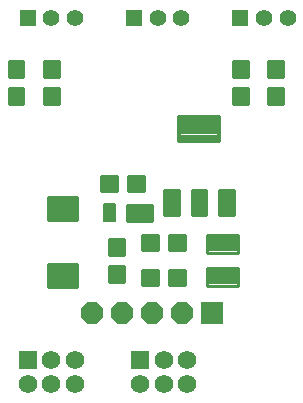
<source format=gbs>
G75*
%MOIN*%
%OFA0B0*%
%FSLAX25Y25*%
%IPPOS*%
%LPD*%
%AMOC8*
5,1,8,0,0,1.08239X$1,22.5*
%
%ADD10R,0.07387X0.07387*%
%ADD11OC8,0.07387*%
%ADD12C,0.00868*%
%ADD13C,0.01063*%
%ADD14C,0.01393*%
%ADD15C,0.01299*%
%ADD16R,0.06187X0.06187*%
%ADD17C,0.06187*%
%ADD18R,0.05587X0.05587*%
%ADD19C,0.05587*%
%ADD20C,0.00945*%
%ADD21C,0.00638*%
D10*
X0091026Y0052240D03*
D11*
X0081026Y0052240D03*
X0071026Y0052240D03*
X0061026Y0052240D03*
X0051026Y0052240D03*
D12*
X0056756Y0068116D02*
X0061674Y0068116D01*
X0061674Y0062798D01*
X0056756Y0062798D01*
X0056756Y0068116D01*
X0056756Y0063665D02*
X0061674Y0063665D01*
X0061674Y0064532D02*
X0056756Y0064532D01*
X0056756Y0065399D02*
X0061674Y0065399D01*
X0061674Y0066266D02*
X0056756Y0066266D01*
X0056756Y0067133D02*
X0061674Y0067133D01*
X0061674Y0068000D02*
X0056756Y0068000D01*
X0056756Y0077116D02*
X0061674Y0077116D01*
X0061674Y0071798D01*
X0056756Y0071798D01*
X0056756Y0077116D01*
X0056756Y0072665D02*
X0061674Y0072665D01*
X0061674Y0073532D02*
X0056756Y0073532D01*
X0056756Y0074399D02*
X0061674Y0074399D01*
X0061674Y0075266D02*
X0056756Y0075266D01*
X0056756Y0076133D02*
X0061674Y0076133D01*
X0061674Y0077000D02*
X0056756Y0077000D01*
X0073122Y0078321D02*
X0073122Y0073403D01*
X0067804Y0073403D01*
X0067804Y0078321D01*
X0073122Y0078321D01*
X0073122Y0074270D02*
X0067804Y0074270D01*
X0067804Y0075137D02*
X0073122Y0075137D01*
X0073122Y0076004D02*
X0067804Y0076004D01*
X0067804Y0076871D02*
X0073122Y0076871D01*
X0073122Y0077738D02*
X0067804Y0077738D01*
X0075217Y0093461D02*
X0080135Y0093461D01*
X0080135Y0085043D01*
X0075217Y0085043D01*
X0075217Y0093461D01*
X0075217Y0085910D02*
X0080135Y0085910D01*
X0080135Y0086777D02*
X0075217Y0086777D01*
X0075217Y0087644D02*
X0080135Y0087644D01*
X0080135Y0088511D02*
X0075217Y0088511D01*
X0075217Y0089378D02*
X0080135Y0089378D01*
X0080135Y0090245D02*
X0075217Y0090245D01*
X0075217Y0091112D02*
X0080135Y0091112D01*
X0080135Y0091979D02*
X0075217Y0091979D01*
X0075217Y0092846D02*
X0080135Y0092846D01*
X0084316Y0093461D02*
X0089234Y0093461D01*
X0089234Y0085043D01*
X0084316Y0085043D01*
X0084316Y0093461D01*
X0084316Y0085910D02*
X0089234Y0085910D01*
X0089234Y0086777D02*
X0084316Y0086777D01*
X0084316Y0087644D02*
X0089234Y0087644D01*
X0089234Y0088511D02*
X0084316Y0088511D01*
X0084316Y0089378D02*
X0089234Y0089378D01*
X0089234Y0090245D02*
X0084316Y0090245D01*
X0084316Y0091112D02*
X0089234Y0091112D01*
X0089234Y0091979D02*
X0084316Y0091979D01*
X0084316Y0092846D02*
X0089234Y0092846D01*
X0093414Y0093461D02*
X0098332Y0093461D01*
X0098332Y0085043D01*
X0093414Y0085043D01*
X0093414Y0093461D01*
X0093414Y0085910D02*
X0098332Y0085910D01*
X0098332Y0086777D02*
X0093414Y0086777D01*
X0093414Y0087644D02*
X0098332Y0087644D01*
X0098332Y0088511D02*
X0093414Y0088511D01*
X0093414Y0089378D02*
X0098332Y0089378D01*
X0098332Y0090245D02*
X0093414Y0090245D01*
X0093414Y0091112D02*
X0098332Y0091112D01*
X0098332Y0091979D02*
X0093414Y0091979D01*
X0093414Y0092846D02*
X0098332Y0092846D01*
X0082122Y0078321D02*
X0082122Y0073403D01*
X0076804Y0073403D01*
X0076804Y0078321D01*
X0082122Y0078321D01*
X0082122Y0074270D02*
X0076804Y0074270D01*
X0076804Y0075137D02*
X0082122Y0075137D01*
X0082122Y0076004D02*
X0076804Y0076004D01*
X0076804Y0076871D02*
X0082122Y0076871D01*
X0082122Y0077738D02*
X0076804Y0077738D01*
X0082122Y0066510D02*
X0082122Y0061592D01*
X0076804Y0061592D01*
X0076804Y0066510D01*
X0082122Y0066510D01*
X0082122Y0062459D02*
X0076804Y0062459D01*
X0076804Y0063326D02*
X0082122Y0063326D01*
X0082122Y0064193D02*
X0076804Y0064193D01*
X0076804Y0065060D02*
X0082122Y0065060D01*
X0082122Y0065927D02*
X0076804Y0065927D01*
X0073122Y0066510D02*
X0073122Y0061592D01*
X0067804Y0061592D01*
X0067804Y0066510D01*
X0073122Y0066510D01*
X0073122Y0062459D02*
X0067804Y0062459D01*
X0067804Y0063326D02*
X0073122Y0063326D01*
X0073122Y0064193D02*
X0067804Y0064193D01*
X0067804Y0065060D02*
X0073122Y0065060D01*
X0073122Y0065927D02*
X0067804Y0065927D01*
X0068343Y0093088D02*
X0068343Y0098006D01*
X0068343Y0093088D02*
X0063025Y0093088D01*
X0063025Y0098006D01*
X0068343Y0098006D01*
X0068343Y0093955D02*
X0063025Y0093955D01*
X0063025Y0094822D02*
X0068343Y0094822D01*
X0068343Y0095689D02*
X0063025Y0095689D01*
X0063025Y0096556D02*
X0068343Y0096556D01*
X0068343Y0097423D02*
X0063025Y0097423D01*
X0059343Y0098006D02*
X0059343Y0093088D01*
X0054025Y0093088D01*
X0054025Y0098006D01*
X0059343Y0098006D01*
X0059343Y0093955D02*
X0054025Y0093955D01*
X0054025Y0094822D02*
X0059343Y0094822D01*
X0059343Y0095689D02*
X0054025Y0095689D01*
X0054025Y0096556D02*
X0059343Y0096556D01*
X0059343Y0097423D02*
X0054025Y0097423D01*
X0040021Y0121853D02*
X0035103Y0121853D01*
X0035103Y0127171D01*
X0040021Y0127171D01*
X0040021Y0121853D01*
X0040021Y0122720D02*
X0035103Y0122720D01*
X0035103Y0123587D02*
X0040021Y0123587D01*
X0040021Y0124454D02*
X0035103Y0124454D01*
X0035103Y0125321D02*
X0040021Y0125321D01*
X0040021Y0126188D02*
X0035103Y0126188D01*
X0035103Y0127055D02*
X0040021Y0127055D01*
X0040021Y0130853D02*
X0035103Y0130853D01*
X0035103Y0136171D01*
X0040021Y0136171D01*
X0040021Y0130853D01*
X0040021Y0131720D02*
X0035103Y0131720D01*
X0035103Y0132587D02*
X0040021Y0132587D01*
X0040021Y0133454D02*
X0035103Y0133454D01*
X0035103Y0134321D02*
X0040021Y0134321D01*
X0040021Y0135188D02*
X0035103Y0135188D01*
X0035103Y0136055D02*
X0040021Y0136055D01*
X0028210Y0130853D02*
X0023292Y0130853D01*
X0023292Y0136171D01*
X0028210Y0136171D01*
X0028210Y0130853D01*
X0028210Y0131720D02*
X0023292Y0131720D01*
X0023292Y0132587D02*
X0028210Y0132587D01*
X0028210Y0133454D02*
X0023292Y0133454D01*
X0023292Y0134321D02*
X0028210Y0134321D01*
X0028210Y0135188D02*
X0023292Y0135188D01*
X0023292Y0136055D02*
X0028210Y0136055D01*
X0028210Y0121853D02*
X0023292Y0121853D01*
X0023292Y0127171D01*
X0028210Y0127171D01*
X0028210Y0121853D01*
X0028210Y0122720D02*
X0023292Y0122720D01*
X0023292Y0123587D02*
X0028210Y0123587D01*
X0028210Y0124454D02*
X0023292Y0124454D01*
X0023292Y0125321D02*
X0028210Y0125321D01*
X0028210Y0126188D02*
X0023292Y0126188D01*
X0023292Y0127055D02*
X0028210Y0127055D01*
X0098095Y0121853D02*
X0103013Y0121853D01*
X0098095Y0121853D02*
X0098095Y0127171D01*
X0103013Y0127171D01*
X0103013Y0121853D01*
X0103013Y0122720D02*
X0098095Y0122720D01*
X0098095Y0123587D02*
X0103013Y0123587D01*
X0103013Y0124454D02*
X0098095Y0124454D01*
X0098095Y0125321D02*
X0103013Y0125321D01*
X0103013Y0126188D02*
X0098095Y0126188D01*
X0098095Y0127055D02*
X0103013Y0127055D01*
X0103013Y0130853D02*
X0098095Y0130853D01*
X0098095Y0136171D01*
X0103013Y0136171D01*
X0103013Y0130853D01*
X0103013Y0131720D02*
X0098095Y0131720D01*
X0098095Y0132587D02*
X0103013Y0132587D01*
X0103013Y0133454D02*
X0098095Y0133454D01*
X0098095Y0134321D02*
X0103013Y0134321D01*
X0103013Y0135188D02*
X0098095Y0135188D01*
X0098095Y0136055D02*
X0103013Y0136055D01*
X0109906Y0130853D02*
X0114824Y0130853D01*
X0109906Y0130853D02*
X0109906Y0136171D01*
X0114824Y0136171D01*
X0114824Y0130853D01*
X0114824Y0131720D02*
X0109906Y0131720D01*
X0109906Y0132587D02*
X0114824Y0132587D01*
X0114824Y0133454D02*
X0109906Y0133454D01*
X0109906Y0134321D02*
X0114824Y0134321D01*
X0114824Y0135188D02*
X0109906Y0135188D01*
X0109906Y0136055D02*
X0114824Y0136055D01*
X0114824Y0121853D02*
X0109906Y0121853D01*
X0109906Y0127171D01*
X0114824Y0127171D01*
X0114824Y0121853D01*
X0114824Y0122720D02*
X0109906Y0122720D01*
X0109906Y0123587D02*
X0114824Y0123587D01*
X0114824Y0124454D02*
X0109906Y0124454D01*
X0109906Y0125321D02*
X0114824Y0125321D01*
X0114824Y0126188D02*
X0109906Y0126188D01*
X0109906Y0127055D02*
X0114824Y0127055D01*
D13*
X0089472Y0078481D02*
X0089472Y0072457D01*
X0089472Y0078481D02*
X0099826Y0078481D01*
X0099826Y0072457D01*
X0089472Y0072457D01*
X0089472Y0073519D02*
X0099826Y0073519D01*
X0099826Y0074581D02*
X0089472Y0074581D01*
X0089472Y0075643D02*
X0099826Y0075643D01*
X0099826Y0076705D02*
X0089472Y0076705D01*
X0089472Y0077767D02*
X0099826Y0077767D01*
X0089472Y0067457D02*
X0089472Y0061433D01*
X0089472Y0067457D02*
X0099826Y0067457D01*
X0099826Y0061433D01*
X0089472Y0061433D01*
X0089472Y0062495D02*
X0099826Y0062495D01*
X0099826Y0063557D02*
X0089472Y0063557D01*
X0089472Y0064619D02*
X0099826Y0064619D01*
X0099826Y0065681D02*
X0089472Y0065681D01*
X0089472Y0066743D02*
X0099826Y0066743D01*
D14*
X0093472Y0117601D02*
X0080078Y0117601D01*
X0093472Y0117601D02*
X0093472Y0109707D01*
X0080078Y0109707D01*
X0080078Y0117601D01*
X0080078Y0111099D02*
X0093472Y0111099D01*
X0093472Y0112491D02*
X0080078Y0112491D01*
X0080078Y0113883D02*
X0093472Y0113883D01*
X0093472Y0115275D02*
X0080078Y0115275D01*
X0080078Y0116667D02*
X0093472Y0116667D01*
D15*
X0036833Y0090646D02*
X0036833Y0083284D01*
X0036833Y0090646D02*
X0046165Y0090646D01*
X0046165Y0083284D01*
X0036833Y0083284D01*
X0036833Y0084582D02*
X0046165Y0084582D01*
X0046165Y0085880D02*
X0036833Y0085880D01*
X0036833Y0087178D02*
X0046165Y0087178D01*
X0046165Y0088476D02*
X0036833Y0088476D01*
X0036833Y0089774D02*
X0046165Y0089774D01*
X0046165Y0068441D02*
X0046165Y0061079D01*
X0036833Y0061079D01*
X0036833Y0068441D01*
X0046165Y0068441D01*
X0046165Y0062377D02*
X0036833Y0062377D01*
X0036833Y0063675D02*
X0046165Y0063675D01*
X0046165Y0064973D02*
X0036833Y0064973D01*
X0036833Y0066271D02*
X0046165Y0066271D01*
X0046165Y0067569D02*
X0036833Y0067569D01*
D16*
X0029688Y0036492D03*
X0067089Y0036492D03*
D17*
X0029688Y0028618D03*
X0037562Y0028618D03*
X0037562Y0036492D03*
X0045436Y0036492D03*
X0045436Y0028618D03*
X0067089Y0028618D03*
X0074963Y0028618D03*
X0074963Y0036492D03*
X0082838Y0036492D03*
X0082838Y0028618D03*
D18*
X0100554Y0150665D03*
X0065121Y0150665D03*
X0029688Y0150665D03*
D19*
X0037562Y0150665D03*
X0045436Y0150665D03*
X0072995Y0150665D03*
X0080869Y0150665D03*
X0108428Y0150665D03*
X0116302Y0150665D03*
D20*
X0071145Y0088382D02*
X0062641Y0088382D01*
X0071145Y0088382D02*
X0071145Y0083028D01*
X0062641Y0083028D01*
X0062641Y0088382D01*
X0062641Y0083972D02*
X0071145Y0083972D01*
X0071145Y0084916D02*
X0062641Y0084916D01*
X0062641Y0085860D02*
X0071145Y0085860D01*
X0071145Y0086804D02*
X0062641Y0086804D01*
X0062641Y0087748D02*
X0071145Y0087748D01*
D21*
X0058660Y0088496D02*
X0055046Y0088496D01*
X0058660Y0088496D02*
X0058660Y0082914D01*
X0055046Y0082914D01*
X0055046Y0088496D01*
X0055046Y0083551D02*
X0058660Y0083551D01*
X0058660Y0084188D02*
X0055046Y0084188D01*
X0055046Y0084825D02*
X0058660Y0084825D01*
X0058660Y0085462D02*
X0055046Y0085462D01*
X0055046Y0086099D02*
X0058660Y0086099D01*
X0058660Y0086736D02*
X0055046Y0086736D01*
X0055046Y0087373D02*
X0058660Y0087373D01*
X0058660Y0088010D02*
X0055046Y0088010D01*
M02*

</source>
